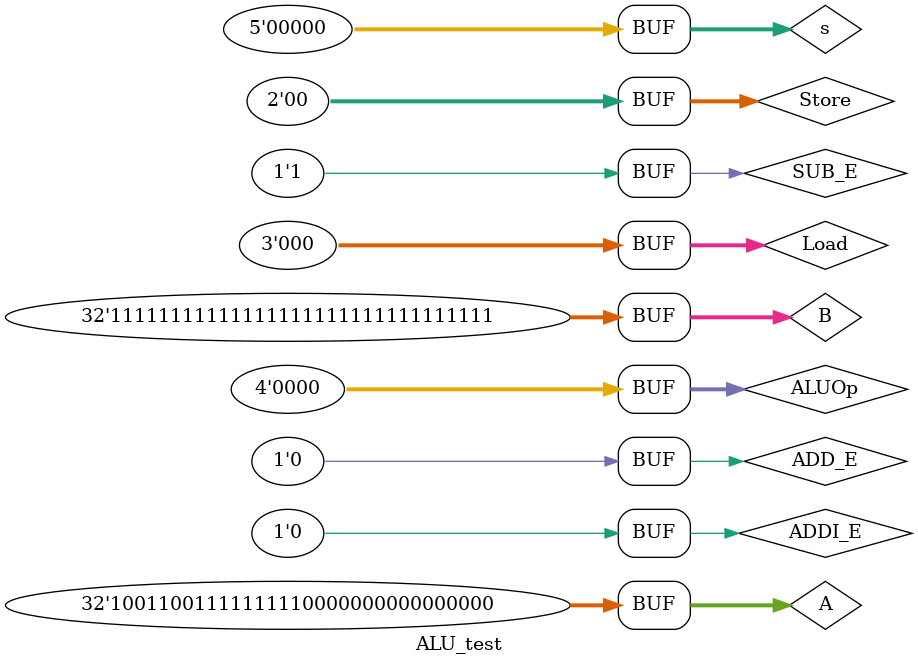
<source format=v>
`timescale 1ns / 1ps


module ALU_test;

	// Inputs
	reg [31:0] A;
	reg [31:0] B;
	reg [4:0] s;
	reg [3:0] ALUOp;
	reg ADD_E;
	reg ADDI_E;
	reg SUB_E;
	reg [2:0] Load;
	reg [1:0] Store;

	// Outputs
	wire [31:0] C;
	wire [4:0] ExcCode;

	// Instantiate the Unit Under Test (UUT)
	ALU uut (
		.A(A), 
		.B(B), 
		.s(s), 
		.C(C), 
		.ALUOp(ALUOp), 
		.ExcCode(ExcCode), 
		.ADD_E(ADD_E), 
		.ADDI_E(ADDI_E), 
		.SUB_E(SUB_E), 
		.Load(Load), 
		.Store(Store)
	);

	initial begin
		// Initialize Inputs
		A = 0;
		B = 0;
		s = 0;
		ALUOp = 0;
		ADD_E = 0;
		ADDI_E = 0;
		SUB_E = 0;
		Load = 0;
		Store = 0;

		// Wait 100 ns for global reset to finish
		#100;
      A = 32'h79ffffff;
		B = 32'h79ff0000;	
		ADD_E = 1;

		#100;
      A = 32'h79ffffff;
		B = 32'h79ff0000;	
		ADD_E = 0;
		ADDI_E = 1;		

		#100;
      A = 32'h99ff0000;
		B = 32'hffffffff;	
		ADDI_E = 0;	
		SUB_E = 1;		

	end
   
endmodule


</source>
